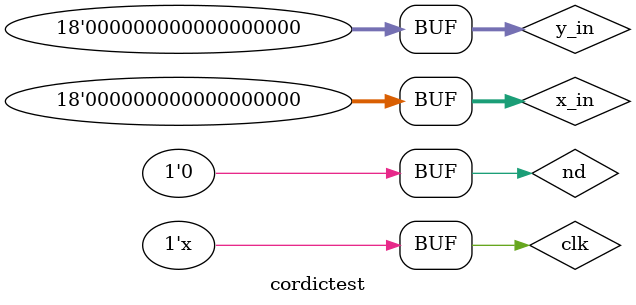
<source format=v>
`timescale 1ns / 1ps


module cordictest;

	// Inputs
	reg [17:0] x_in;
	reg [17:0] y_in;
	reg nd;
	reg clk;

	// Outputs
	wire [23:0] x_out;
	wire [23:0] phase_out;
	wire rdy;

	// Instantiate the Unit Under Test (UUT)
	cordic uut (
		.x_in(x_in), 
		.y_in(y_in), 
		.nd(nd), 
		.clk(clk), 
		.x_out(x_out), 
		.phase_out(phase_out), 
		.rdy(rdy)
	);

	initial clk <= 0;
	always #5 clk <= !clk;
	
	initial begin
		// Initialize Inputs
		x_in = 0;
		y_in = 0;
		nd = 0;

		// Wait 100 ns for global reset to finish
		#100;
        
		// Add stimulus here
		
	end
      
endmodule


</source>
